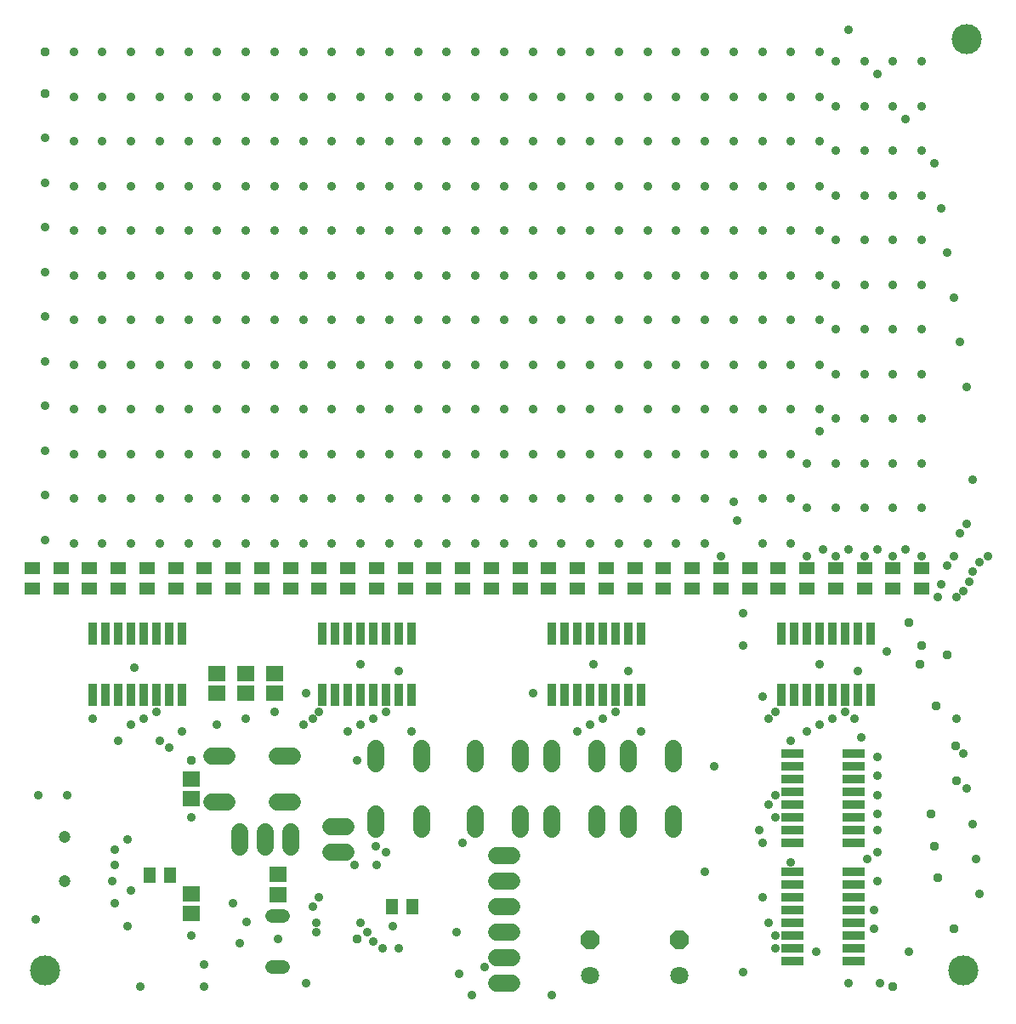
<source format=gbr>
G04 EAGLE Gerber RS-274X export*
G75*
%MOMM*%
%FSLAX34Y34*%
%LPD*%
%INSoldermask Bottom*%
%IPPOS*%
%AMOC8*
5,1,8,0,0,1.08239X$1,22.5*%
G01*
%ADD10C,1.727200*%
%ADD11P,1.951982X8X112.500000*%
%ADD12C,1.803400*%
%ADD13R,1.803200X1.503200*%
%ADD14R,1.303200X1.603200*%
%ADD15C,1.203200*%
%ADD16C,3.003200*%
%ADD17R,0.863600X2.235200*%
%ADD18R,2.235200X0.863600*%
%ADD19C,1.320800*%
%ADD20R,1.603200X1.303200*%
%ADD21R,1.703200X1.503200*%
%ADD22C,0.909600*%
%ADD23C,0.959600*%


D10*
X204343Y251206D02*
X219583Y251206D01*
X219583Y205994D02*
X204343Y205994D01*
X269367Y251206D02*
X284607Y251206D01*
X284607Y205994D02*
X269367Y205994D01*
D11*
X669925Y68580D03*
D12*
X669925Y33020D03*
D11*
X581025Y68580D03*
D12*
X581025Y33020D03*
D13*
X184150Y94775D03*
X184150Y114775D03*
X269875Y113825D03*
X269875Y133825D03*
D14*
X142400Y133350D03*
X162400Y133350D03*
X383700Y101600D03*
X403700Y101600D03*
D15*
X57625Y171225D03*
X57625Y127225D03*
D16*
X955675Y965200D03*
X38100Y38100D03*
X952500Y38100D03*
D17*
X85725Y373634D03*
X85725Y312166D03*
X98425Y373634D03*
X111125Y373634D03*
X98425Y312166D03*
X111125Y312166D03*
X123825Y373634D03*
X123825Y312166D03*
X136525Y373634D03*
X136525Y312166D03*
X149225Y373634D03*
X161925Y373634D03*
X149225Y312166D03*
X161925Y312166D03*
X174625Y373634D03*
X174625Y312166D03*
X314325Y373634D03*
X314325Y312166D03*
X327025Y373634D03*
X339725Y373634D03*
X327025Y312166D03*
X339725Y312166D03*
X352425Y373634D03*
X352425Y312166D03*
X365125Y373634D03*
X365125Y312166D03*
X377825Y373634D03*
X390525Y373634D03*
X377825Y312166D03*
X390525Y312166D03*
X403225Y373634D03*
X403225Y312166D03*
X542925Y373634D03*
X542925Y312166D03*
X555625Y373634D03*
X568325Y373634D03*
X555625Y312166D03*
X568325Y312166D03*
X581025Y373634D03*
X581025Y312166D03*
X593725Y373634D03*
X593725Y312166D03*
X606425Y373634D03*
X619125Y373634D03*
X606425Y312166D03*
X619125Y312166D03*
X631825Y373634D03*
X631825Y312166D03*
D18*
X843534Y254000D03*
X782066Y254000D03*
X843534Y241300D03*
X843534Y228600D03*
X782066Y241300D03*
X782066Y228600D03*
X843534Y215900D03*
X782066Y215900D03*
X843534Y203200D03*
X782066Y203200D03*
X843534Y190500D03*
X843534Y177800D03*
X782066Y190500D03*
X782066Y177800D03*
X843534Y165100D03*
X782066Y165100D03*
D10*
X337820Y155575D02*
X322580Y155575D01*
X322580Y180975D02*
X337820Y180975D01*
D19*
X275463Y92075D02*
X264287Y92075D01*
X264287Y41275D02*
X275463Y41275D01*
D20*
X25400Y418625D03*
X25400Y438625D03*
X282575Y418625D03*
X282575Y438625D03*
X311150Y418625D03*
X311150Y438625D03*
X339725Y418625D03*
X339725Y438625D03*
X368300Y418625D03*
X368300Y438625D03*
X396875Y418625D03*
X396875Y438625D03*
X425450Y418625D03*
X425450Y438625D03*
X454025Y418625D03*
X454025Y438625D03*
X482600Y418625D03*
X482600Y438625D03*
X511175Y418625D03*
X511175Y438625D03*
X539750Y418625D03*
X539750Y438625D03*
X53975Y418625D03*
X53975Y438625D03*
X568325Y418625D03*
X568325Y438625D03*
X596900Y418625D03*
X596900Y438625D03*
X625475Y418625D03*
X625475Y438625D03*
X654050Y418625D03*
X654050Y438625D03*
X682625Y418625D03*
X682625Y438625D03*
D21*
X184150Y209575D03*
X184150Y228575D03*
D20*
X82550Y418625D03*
X82550Y438625D03*
X111125Y418625D03*
X111125Y438625D03*
D21*
X266700Y333350D03*
X266700Y314350D03*
X238125Y333350D03*
X238125Y314350D03*
X209550Y333350D03*
X209550Y314350D03*
D20*
X139700Y418625D03*
X139700Y438625D03*
X168275Y418625D03*
X168275Y438625D03*
X196850Y418625D03*
X196850Y438625D03*
X225425Y418625D03*
X225425Y438625D03*
X254000Y418625D03*
X254000Y438625D03*
D10*
X367919Y194183D02*
X367919Y178943D01*
X413131Y178943D02*
X413131Y194183D01*
X367919Y243967D02*
X367919Y259207D01*
X413131Y259207D02*
X413131Y243967D01*
X487680Y152400D02*
X502920Y152400D01*
X502920Y127000D02*
X487680Y127000D01*
X487680Y101600D02*
X502920Y101600D01*
X502920Y76200D02*
X487680Y76200D01*
X487680Y50800D02*
X502920Y50800D01*
X502920Y25400D02*
X487680Y25400D01*
X282575Y160655D02*
X282575Y175895D01*
X257175Y175895D02*
X257175Y160655D01*
X231775Y160655D02*
X231775Y175895D01*
D17*
X771525Y373634D03*
X771525Y312166D03*
X784225Y373634D03*
X796925Y373634D03*
X784225Y312166D03*
X796925Y312166D03*
X809625Y373634D03*
X809625Y312166D03*
X822325Y373634D03*
X822325Y312166D03*
X835025Y373634D03*
X847725Y373634D03*
X835025Y312166D03*
X847725Y312166D03*
X860425Y373634D03*
X860425Y312166D03*
D20*
X711200Y418625D03*
X711200Y438625D03*
X739775Y418625D03*
X739775Y438625D03*
X768350Y418625D03*
X768350Y438625D03*
X796925Y418625D03*
X796925Y438625D03*
X825500Y418625D03*
X825500Y438625D03*
X854075Y418625D03*
X854075Y438625D03*
X882650Y418625D03*
X882650Y438625D03*
X911225Y418625D03*
X911225Y438625D03*
D18*
X843534Y136525D03*
X782066Y136525D03*
X843534Y123825D03*
X843534Y111125D03*
X782066Y123825D03*
X782066Y111125D03*
X843534Y98425D03*
X782066Y98425D03*
X843534Y85725D03*
X782066Y85725D03*
X843534Y73025D03*
X843534Y60325D03*
X782066Y73025D03*
X782066Y60325D03*
X843534Y47625D03*
X782066Y47625D03*
D10*
X466344Y178943D02*
X466344Y194183D01*
X511556Y194183D02*
X511556Y178943D01*
X466344Y243967D02*
X466344Y259207D01*
X511556Y259207D02*
X511556Y243967D01*
X618744Y194183D02*
X618744Y178943D01*
X663956Y178943D02*
X663956Y194183D01*
X618744Y243967D02*
X618744Y259207D01*
X663956Y259207D02*
X663956Y243967D01*
X542544Y194183D02*
X542544Y178943D01*
X587756Y178943D02*
X587756Y194183D01*
X542544Y243967D02*
X542544Y259207D01*
X587756Y259207D02*
X587756Y243967D01*
D22*
X838200Y457200D03*
X838200Y974725D03*
X866775Y457200D03*
X866775Y930275D03*
X895350Y457200D03*
X895350Y885825D03*
X946150Y288925D03*
X946150Y409575D03*
X927100Y409575D03*
X923925Y841375D03*
X952500Y254000D03*
X952500Y415925D03*
X930275Y422275D03*
X930275Y796925D03*
X955675Y219075D03*
X958850Y425450D03*
X936625Y441325D03*
X936625Y752475D03*
X962025Y184150D03*
X962025Y434975D03*
X942975Y450850D03*
X942975Y708025D03*
X965200Y149225D03*
X968375Y444500D03*
X949325Y473075D03*
X949325Y663575D03*
D23*
X38100Y952500D03*
X38100Y911225D03*
D22*
X38100Y466725D03*
X38100Y511175D03*
X38100Y555625D03*
X38100Y600075D03*
X38100Y644525D03*
X38100Y688975D03*
X38100Y733425D03*
X38100Y777875D03*
X38100Y822325D03*
X38100Y866775D03*
X66675Y952500D03*
X66675Y908050D03*
X66675Y863600D03*
X66675Y819150D03*
X66675Y774700D03*
X66675Y730250D03*
X66675Y685800D03*
X66675Y641350D03*
X66675Y596900D03*
X66675Y552450D03*
X66675Y508000D03*
X66675Y463550D03*
X95250Y952500D03*
X95250Y908050D03*
X95250Y863600D03*
X95250Y819150D03*
X95250Y774700D03*
X95250Y730250D03*
X95250Y685800D03*
X95250Y641350D03*
X95250Y596900D03*
X95250Y552450D03*
X95250Y508000D03*
X95250Y463550D03*
X123825Y952500D03*
X123825Y908050D03*
X123825Y863600D03*
X123825Y819150D03*
X123825Y774700D03*
X123825Y730250D03*
X123825Y685800D03*
X123825Y641350D03*
X123825Y596900D03*
X123825Y552450D03*
X123825Y508000D03*
X123825Y463550D03*
X152400Y952500D03*
X152400Y908050D03*
X152400Y863600D03*
X152400Y819150D03*
X152400Y774700D03*
X152400Y730250D03*
X152400Y685800D03*
X152400Y641350D03*
X152400Y596900D03*
X152400Y552450D03*
X152400Y508000D03*
X152400Y463550D03*
X180975Y952500D03*
X180975Y908050D03*
X180975Y863600D03*
X180975Y819150D03*
X180975Y774700D03*
X180975Y730250D03*
X180975Y685800D03*
X180975Y641350D03*
X180975Y596900D03*
X180975Y552450D03*
X180975Y508000D03*
X180975Y463550D03*
X209550Y952500D03*
X209550Y908050D03*
X209550Y863600D03*
X209550Y819150D03*
X209550Y774700D03*
X209550Y730250D03*
X209550Y685800D03*
X209550Y641350D03*
X209550Y596900D03*
X209550Y552450D03*
X209550Y508000D03*
X209550Y463550D03*
X238125Y908050D03*
X238125Y952500D03*
X238125Y863600D03*
X238125Y819150D03*
X238125Y774700D03*
X238125Y730250D03*
X238125Y685800D03*
X238125Y641350D03*
X238125Y596900D03*
X238125Y552450D03*
X238125Y508000D03*
X238125Y463550D03*
X266700Y952500D03*
X266700Y908050D03*
X266700Y863600D03*
X266700Y819150D03*
X266700Y774700D03*
X266700Y730250D03*
X266700Y685800D03*
X266700Y641350D03*
X266700Y596900D03*
X266700Y552450D03*
X266700Y508000D03*
X266700Y463550D03*
X295275Y952500D03*
X295275Y908050D03*
X295275Y863600D03*
X295275Y819150D03*
X295275Y774700D03*
X295275Y730250D03*
X295275Y685800D03*
X295275Y641350D03*
X295275Y552450D03*
X295275Y596900D03*
X295275Y508000D03*
X295275Y463550D03*
X323850Y908050D03*
X323850Y952500D03*
X323850Y863600D03*
X323850Y819150D03*
X323850Y774700D03*
X323850Y730250D03*
X323850Y685800D03*
X323850Y641350D03*
X323850Y596900D03*
X323850Y552450D03*
X323850Y508000D03*
X323850Y463550D03*
X352425Y952500D03*
X352425Y908050D03*
X352425Y863600D03*
X352425Y819150D03*
X352425Y774700D03*
X352425Y730250D03*
X352425Y685800D03*
X352425Y641350D03*
X352425Y596900D03*
X352425Y552450D03*
X352425Y508000D03*
X352425Y463550D03*
X381000Y952500D03*
X381000Y908050D03*
X381000Y863600D03*
X381000Y819150D03*
X381000Y774700D03*
X381000Y730250D03*
X381000Y685800D03*
X381000Y641350D03*
X381000Y596900D03*
X381000Y552450D03*
X381000Y463550D03*
X381000Y508000D03*
X409575Y952500D03*
X409575Y863600D03*
X409575Y819150D03*
X409575Y908050D03*
X409575Y774700D03*
X409575Y730250D03*
X409575Y685800D03*
X409575Y641350D03*
X409575Y596900D03*
X409575Y552450D03*
X409575Y508000D03*
X409575Y463550D03*
X438150Y952500D03*
X438150Y863600D03*
X438150Y819150D03*
X438150Y908050D03*
X438150Y774700D03*
X438150Y730250D03*
X438150Y685800D03*
X438150Y641350D03*
X438150Y596900D03*
X438150Y552450D03*
X438150Y508000D03*
X438150Y463550D03*
X466725Y952500D03*
X466725Y908050D03*
X466725Y863600D03*
X466725Y819150D03*
X466725Y774700D03*
X466725Y730250D03*
X466725Y685800D03*
X466725Y641350D03*
X466725Y596900D03*
X466725Y552450D03*
X466725Y463550D03*
X466725Y508000D03*
X174625Y276225D03*
X339725Y276225D03*
X822325Y288925D03*
X136525Y288925D03*
X593725Y288925D03*
X365125Y288925D03*
X758825Y203200D03*
X758825Y85725D03*
X758825Y288925D03*
X304800Y101600D03*
X304800Y288925D03*
X238125Y288925D03*
X149225Y295275D03*
X835025Y295275D03*
X606425Y295275D03*
X377825Y295275D03*
X765175Y73025D03*
X765175Y190500D03*
X765175Y212725D03*
X765175Y295275D03*
X311150Y111125D03*
X311150Y295275D03*
X266700Y295275D03*
X196850Y22225D03*
X152400Y266700D03*
X111125Y266700D03*
X161925Y260350D03*
X85725Y288925D03*
X298450Y314325D03*
X390525Y336550D03*
X619125Y336550D03*
X523875Y314325D03*
X752475Y311150D03*
X847725Y336550D03*
X120650Y168275D03*
X765175Y60325D03*
X781050Y146050D03*
X781050Y266700D03*
X749300Y177800D03*
D23*
X184150Y247650D03*
D22*
X384175Y82550D03*
X127000Y339725D03*
X352425Y342900D03*
X584200Y342900D03*
X809625Y342900D03*
X133350Y22225D03*
X196850Y44450D03*
X225425Y104775D03*
X104775Y127000D03*
X704850Y241300D03*
X695325Y136525D03*
D23*
X349250Y69850D03*
X942975Y79375D03*
X927100Y130175D03*
X923925Y161925D03*
X920750Y193675D03*
X944563Y261938D03*
X946150Y227013D03*
X925513Y301625D03*
X909638Y342900D03*
X936625Y352425D03*
D22*
X806450Y57150D03*
X838200Y25400D03*
D23*
X882650Y22225D03*
X911225Y361950D03*
X898525Y384175D03*
D22*
X120650Y82550D03*
X123825Y117475D03*
X447675Y76200D03*
X495300Y952500D03*
X495300Y908050D03*
X495300Y863600D03*
X495300Y819150D03*
X495300Y774700D03*
X495300Y730250D03*
X495300Y685800D03*
X495300Y641350D03*
X495300Y596900D03*
X495300Y552450D03*
X495300Y508000D03*
X495300Y463550D03*
X523875Y952500D03*
X523875Y908050D03*
X523875Y863600D03*
X523875Y819150D03*
X523875Y774700D03*
X523875Y730250D03*
X523875Y685800D03*
X523875Y641350D03*
X523875Y596900D03*
X523875Y552450D03*
X523875Y463550D03*
X523875Y508000D03*
X552450Y952500D03*
X552450Y908050D03*
X552450Y863600D03*
X552450Y819150D03*
X552450Y774700D03*
X552450Y730250D03*
X552450Y685800D03*
X552450Y641350D03*
X552450Y596900D03*
X552450Y552450D03*
X552450Y508000D03*
X552450Y463550D03*
X581025Y952500D03*
X581025Y863600D03*
X581025Y908050D03*
X581025Y819150D03*
X581025Y774700D03*
X581025Y730250D03*
X581025Y685800D03*
X581025Y641350D03*
X581025Y552450D03*
X581025Y596900D03*
X581025Y463550D03*
X581025Y508000D03*
X609600Y952500D03*
X609600Y908050D03*
X609600Y863600D03*
X609600Y819150D03*
X609600Y774700D03*
X609600Y730250D03*
X609600Y685800D03*
X609600Y641350D03*
X609600Y596900D03*
X609600Y552450D03*
X609600Y508000D03*
X609600Y463550D03*
X638175Y952500D03*
X638175Y908050D03*
X638175Y863600D03*
X638175Y819150D03*
X638175Y774700D03*
X638175Y730250D03*
X638175Y685800D03*
X638175Y641350D03*
X638175Y596900D03*
X638175Y552450D03*
X638175Y508000D03*
X638175Y463550D03*
X666750Y952500D03*
X666750Y908050D03*
X666750Y863600D03*
X666750Y819150D03*
X666750Y774700D03*
X666750Y730250D03*
X666750Y685800D03*
X666750Y641350D03*
X666750Y596900D03*
X666750Y552450D03*
X666750Y508000D03*
X666750Y463550D03*
X695325Y952500D03*
X695325Y908050D03*
X695325Y863600D03*
X695325Y819150D03*
X695325Y774700D03*
X695325Y730250D03*
X695325Y685800D03*
X695325Y641350D03*
X695325Y596900D03*
X695325Y552450D03*
X695325Y463550D03*
X695325Y508000D03*
X403225Y276225D03*
X568325Y276225D03*
X107950Y142875D03*
X107950Y158750D03*
X352425Y85725D03*
X307975Y85725D03*
X238929Y86529D03*
X358775Y76200D03*
X307975Y76200D03*
X231775Y65700D03*
X368300Y142875D03*
X367919Y161925D03*
X184150Y190500D03*
X476250Y41275D03*
X450850Y34925D03*
X374650Y60325D03*
X28575Y88900D03*
X31750Y212725D03*
X60325Y212725D03*
X107950Y104775D03*
X184150Y73025D03*
X269875Y69850D03*
X844550Y288925D03*
X850900Y269875D03*
X866775Y250825D03*
X866775Y231775D03*
X866775Y212725D03*
X866775Y193675D03*
X866775Y177800D03*
X866775Y155575D03*
X123825Y282575D03*
X809625Y282575D03*
X581025Y282575D03*
X352425Y282575D03*
X298450Y25400D03*
X295275Y282575D03*
X209550Y282575D03*
X349250Y247650D03*
X346075Y142875D03*
X377825Y155575D03*
X365125Y66675D03*
X711200Y450850D03*
X723900Y504825D03*
X723900Y952500D03*
X723900Y908050D03*
X723900Y863600D03*
X723900Y819150D03*
X723900Y774700D03*
X723900Y730250D03*
X723900Y685800D03*
X723900Y641350D03*
X723900Y596900D03*
X723900Y552450D03*
X752475Y952500D03*
X752475Y863600D03*
X752475Y908050D03*
X752475Y819150D03*
X752475Y774700D03*
X752475Y730250D03*
X752475Y685800D03*
X752475Y641350D03*
X752475Y596900D03*
X752475Y552450D03*
X752475Y463550D03*
X752475Y508000D03*
X781050Y952500D03*
X781050Y908050D03*
X781050Y863600D03*
X781050Y819150D03*
X781050Y774700D03*
X781050Y730250D03*
X781050Y685800D03*
X781050Y641350D03*
X781050Y596900D03*
X781050Y552450D03*
X781050Y508000D03*
X781050Y463550D03*
X796925Y450850D03*
X796925Y498475D03*
X796925Y542925D03*
X809625Y952500D03*
X809625Y908050D03*
X809625Y863600D03*
X809625Y819150D03*
X809625Y774700D03*
X809625Y730250D03*
X809625Y685800D03*
X809625Y641350D03*
X809625Y596900D03*
X825500Y450850D03*
X825500Y498475D03*
X825500Y542925D03*
X825500Y587375D03*
X825500Y631825D03*
X825500Y942975D03*
X825500Y898525D03*
X825500Y809625D03*
X825500Y765175D03*
X825500Y720725D03*
X825500Y676275D03*
X825500Y854075D03*
X854075Y450850D03*
X854075Y942975D03*
X854075Y898525D03*
X854075Y854075D03*
X854075Y809625D03*
X854075Y765175D03*
X854075Y720725D03*
X854075Y676275D03*
X854075Y631825D03*
X854075Y587375D03*
X854075Y542925D03*
X854075Y498475D03*
X882650Y450850D03*
X882650Y942975D03*
X882650Y898525D03*
X882650Y854075D03*
X882650Y809625D03*
X882650Y765175D03*
X882650Y720725D03*
X882650Y676275D03*
X882650Y631825D03*
X882650Y587375D03*
X882650Y542925D03*
X882650Y498475D03*
X911225Y450850D03*
X911225Y942975D03*
X911225Y898525D03*
X911225Y854075D03*
X911225Y809625D03*
X911225Y765175D03*
X911225Y720725D03*
X911225Y676275D03*
X911225Y631825D03*
X911225Y587375D03*
X911225Y542925D03*
X911225Y498475D03*
X631825Y276225D03*
X796925Y276225D03*
X968375Y114300D03*
X976708Y450850D03*
X955675Y482600D03*
X955675Y619125D03*
X876300Y355600D03*
X812800Y457200D03*
X809625Y574675D03*
X869950Y25400D03*
X898525Y57150D03*
X962025Y527050D03*
X733425Y36513D03*
X733425Y361950D03*
X733425Y393700D03*
X727075Y485775D03*
X857250Y149225D03*
X866775Y127000D03*
X863600Y98425D03*
X863600Y79375D03*
X752475Y111125D03*
X752475Y165100D03*
X542925Y13692D03*
X390525Y60325D03*
X454025Y165100D03*
X463550Y13692D03*
M02*

</source>
